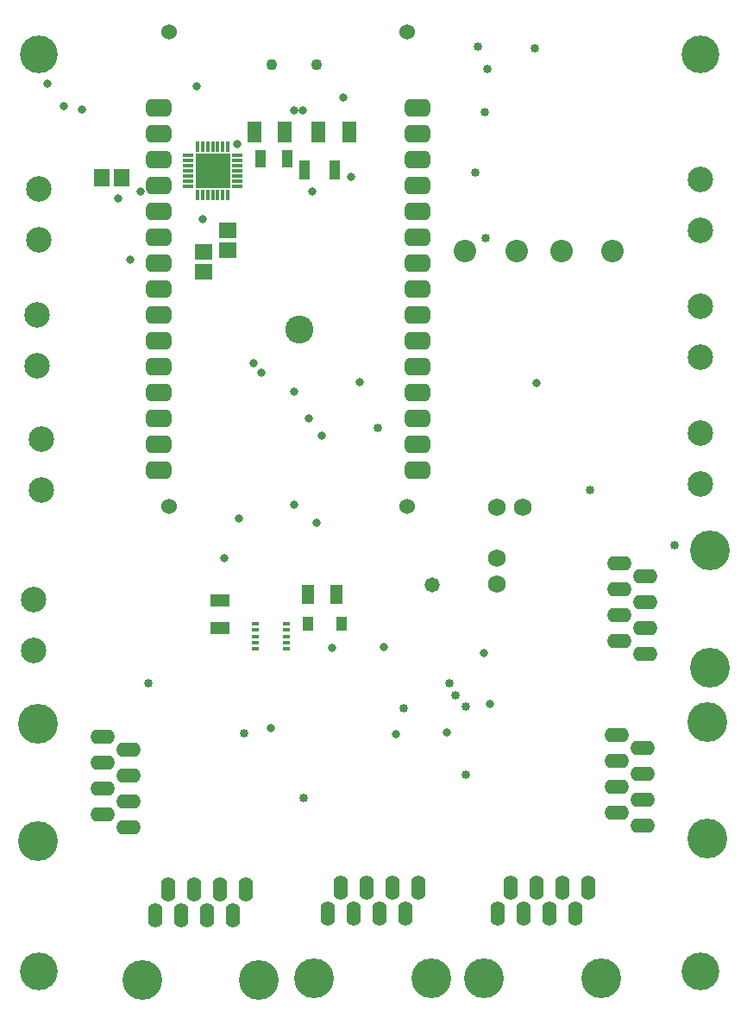
<source format=gbs>
G04 Layer_Color=8150272*
%FSLAX24Y24*%
%MOIN*%
G70*
G01*
G75*
%ADD35C,0.0600*%
%ADD67R,0.0612X0.0690*%
%ADD76R,0.0690X0.0612*%
%ADD83R,0.0533X0.0789*%
G04:AMPARAMS|DCode=86|XSize=68mil|YSize=98mil|CornerRadius=19mil|HoleSize=0mil|Usage=FLASHONLY|Rotation=270.000|XOffset=0mil|YOffset=0mil|HoleType=Round|Shape=RoundedRectangle|*
%AMROUNDEDRECTD86*
21,1,0.0680,0.0600,0,0,270.0*
21,1,0.0300,0.0980,0,0,270.0*
1,1,0.0380,-0.0300,-0.0150*
1,1,0.0380,-0.0300,0.0150*
1,1,0.0380,0.0300,0.0150*
1,1,0.0380,0.0300,-0.0150*
%
%ADD86ROUNDEDRECTD86*%
%ADD87C,0.0867*%
%ADD88C,0.1080*%
%ADD89C,0.0434*%
%ADD90C,0.0986*%
%ADD91C,0.1537*%
%ADD92O,0.0946X0.0552*%
%ADD93O,0.0552X0.0946*%
%ADD94C,0.0680*%
%ADD95C,0.0320*%
%ADD96C,0.0580*%
%ADD98C,0.0336*%
%ADD99C,0.1458*%
%ADD100R,0.0434X0.0749*%
%ADD101R,0.0434X0.0710*%
%ADD102R,0.1360X0.1360*%
%ADD103R,0.0402X0.0146*%
%ADD104R,0.0146X0.0402*%
%ADD105R,0.0438X0.0560*%
G04:AMPARAMS|DCode=106|XSize=29.5mil|YSize=15.7mil|CornerRadius=4.9mil|HoleSize=0mil|Usage=FLASHONLY|Rotation=0.000|XOffset=0mil|YOffset=0mil|HoleType=Round|Shape=RoundedRectangle|*
%AMROUNDEDRECTD106*
21,1,0.0295,0.0059,0,0,0.0*
21,1,0.0197,0.0157,0,0,0.0*
1,1,0.0098,0.0098,-0.0030*
1,1,0.0098,-0.0098,-0.0030*
1,1,0.0098,-0.0098,0.0030*
1,1,0.0098,0.0098,0.0030*
%
%ADD106ROUNDEDRECTD106*%
%ADD107R,0.0474X0.0749*%
%ADD108R,0.0749X0.0474*%
D35*
X16856Y48135D02*
D03*
X26052D02*
D03*
Y29804D02*
D03*
X16856D02*
D03*
D67*
X14262Y42480D02*
D03*
X15030D02*
D03*
D76*
X18191Y38856D02*
D03*
Y39624D02*
D03*
X19134Y39695D02*
D03*
Y40463D02*
D03*
D83*
X23819Y44252D02*
D03*
X22638D02*
D03*
X21339D02*
D03*
X20157D02*
D03*
D86*
X16454Y31182D02*
D03*
Y32182D02*
D03*
Y33182D02*
D03*
Y34182D02*
D03*
Y35182D02*
D03*
Y36182D02*
D03*
Y37182D02*
D03*
Y38182D02*
D03*
Y39182D02*
D03*
Y40182D02*
D03*
Y41182D02*
D03*
Y42182D02*
D03*
Y43182D02*
D03*
Y45182D02*
D03*
X26454Y31182D02*
D03*
Y32182D02*
D03*
Y33182D02*
D03*
Y34182D02*
D03*
Y35182D02*
D03*
Y36182D02*
D03*
Y37182D02*
D03*
Y38182D02*
D03*
Y39182D02*
D03*
Y40182D02*
D03*
Y41182D02*
D03*
Y42182D02*
D03*
Y43182D02*
D03*
Y44182D02*
D03*
Y45182D02*
D03*
X16454Y44182D02*
D03*
D87*
X32007Y39661D02*
D03*
X33977Y39646D02*
D03*
X28306Y39661D02*
D03*
X30276Y39646D02*
D03*
D88*
X21884Y36632D02*
D03*
D89*
X20827Y46870D02*
D03*
X22559D02*
D03*
D90*
X11929Y32402D02*
D03*
Y30433D02*
D03*
X11772Y37205D02*
D03*
Y35236D02*
D03*
X11811Y42047D02*
D03*
Y40079D02*
D03*
X37402Y30669D02*
D03*
Y32638D02*
D03*
Y35551D02*
D03*
Y37520D02*
D03*
Y40472D02*
D03*
Y42441D02*
D03*
X11614Y24213D02*
D03*
Y26181D02*
D03*
D91*
X37748Y23563D02*
D03*
Y28091D02*
D03*
X37669Y16949D02*
D03*
Y21476D02*
D03*
X29035Y11543D02*
D03*
X33563D02*
D03*
X22461D02*
D03*
X26988D02*
D03*
X15807Y11504D02*
D03*
X20335D02*
D03*
X11780Y21398D02*
D03*
Y16870D02*
D03*
D92*
X35248Y25077D02*
D03*
Y24077D02*
D03*
Y26077D02*
D03*
Y27077D02*
D03*
X34248Y26577D02*
D03*
Y27577D02*
D03*
Y25577D02*
D03*
Y24577D02*
D03*
X35169Y18463D02*
D03*
Y17463D02*
D03*
Y19463D02*
D03*
Y20463D02*
D03*
X34169Y19963D02*
D03*
Y20963D02*
D03*
Y18963D02*
D03*
Y17963D02*
D03*
X14280Y19884D02*
D03*
Y20884D02*
D03*
Y18884D02*
D03*
Y17884D02*
D03*
X15280Y18384D02*
D03*
Y17384D02*
D03*
Y19384D02*
D03*
Y20384D02*
D03*
D93*
X30549Y14043D02*
D03*
X29549D02*
D03*
X31549D02*
D03*
X32549D02*
D03*
X32049Y15043D02*
D03*
X33049D02*
D03*
X31049D02*
D03*
X30049D02*
D03*
X23974Y14043D02*
D03*
X22974D02*
D03*
X24974D02*
D03*
X25974D02*
D03*
X25474Y15043D02*
D03*
X26474D02*
D03*
X24474D02*
D03*
X23474D02*
D03*
X17321Y14004D02*
D03*
X16321D02*
D03*
X18321D02*
D03*
X19321D02*
D03*
X18821Y15004D02*
D03*
X19821D02*
D03*
X17821D02*
D03*
X16821D02*
D03*
D94*
X29528Y27783D02*
D03*
Y26783D02*
D03*
X30539Y29764D02*
D03*
X29539D02*
D03*
D95*
X22008Y45079D02*
D03*
X21693D02*
D03*
X23885Y42515D02*
D03*
X23583Y45591D02*
D03*
X17913Y46024D02*
D03*
X18110Y42323D02*
D03*
X18543D02*
D03*
X18110Y43189D02*
D03*
X19488Y43780D02*
D03*
X15354Y39331D02*
D03*
X15748Y41968D02*
D03*
X14882Y41693D02*
D03*
X22402Y41968D02*
D03*
X12165Y46142D02*
D03*
X22559Y29173D02*
D03*
X25157Y24370D02*
D03*
X21693Y34213D02*
D03*
X22756Y32520D02*
D03*
X22244Y33189D02*
D03*
X25630Y20984D02*
D03*
X29252Y22165D02*
D03*
X18150Y40906D02*
D03*
X18976Y27795D02*
D03*
X12795Y45276D02*
D03*
X13504Y45118D02*
D03*
X20118Y35315D02*
D03*
X20433Y34961D02*
D03*
X31063Y34567D02*
D03*
X24213Y34606D02*
D03*
X23150Y24331D02*
D03*
X21693Y29843D02*
D03*
X27598Y21063D02*
D03*
X20787Y21220D02*
D03*
X29016Y24134D02*
D03*
X19567Y29331D02*
D03*
D96*
X27008Y26744D02*
D03*
D98*
X36378Y28307D02*
D03*
X33110Y30433D02*
D03*
X24920Y32810D02*
D03*
X27680Y22970D02*
D03*
X16050D02*
D03*
X28330Y19430D02*
D03*
Y22060D02*
D03*
X27910Y22480D02*
D03*
X25940Y21990D02*
D03*
X22060Y18530D02*
D03*
X19750Y21010D02*
D03*
X29094Y40160D02*
D03*
X29055Y45039D02*
D03*
X28780Y47559D02*
D03*
X29173Y46693D02*
D03*
X30984Y47480D02*
D03*
X28701Y42677D02*
D03*
D99*
X11811Y11811D02*
D03*
X37402D02*
D03*
X11811Y47244D02*
D03*
X37402D02*
D03*
D100*
X22106Y42795D02*
D03*
X23248D02*
D03*
D101*
X21437Y43228D02*
D03*
X20374D02*
D03*
D102*
X18543Y42756D02*
D03*
D103*
X17598D02*
D03*
Y42953D02*
D03*
Y43150D02*
D03*
Y43346D02*
D03*
Y42559D02*
D03*
Y42362D02*
D03*
Y42165D02*
D03*
X19488D02*
D03*
Y42362D02*
D03*
Y42559D02*
D03*
Y43346D02*
D03*
Y43150D02*
D03*
Y42953D02*
D03*
Y42756D02*
D03*
D104*
X19134Y43701D02*
D03*
X18937D02*
D03*
X18740D02*
D03*
X18543D02*
D03*
X18346D02*
D03*
X18150D02*
D03*
X17953D02*
D03*
Y41811D02*
D03*
X18150D02*
D03*
X18346D02*
D03*
X18543D02*
D03*
X18740D02*
D03*
X18937D02*
D03*
X19134D02*
D03*
D105*
X23510Y25249D02*
D03*
X22219D02*
D03*
D106*
X20177Y24301D02*
D03*
Y24537D02*
D03*
Y24774D02*
D03*
Y25010D02*
D03*
Y25246D02*
D03*
X21378D02*
D03*
Y25010D02*
D03*
Y24774D02*
D03*
Y24537D02*
D03*
Y24301D02*
D03*
D107*
X23326Y26391D02*
D03*
X22236D02*
D03*
D108*
X18819Y26170D02*
D03*
Y25080D02*
D03*
M02*

</source>
